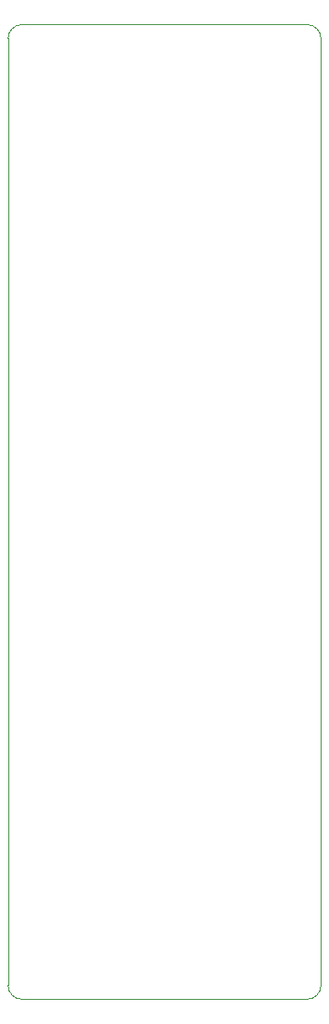
<source format=gbr>
%TF.GenerationSoftware,KiCad,Pcbnew,(5.1.6)-1*%
%TF.CreationDate,2021-03-12T09:15:54-05:00*%
%TF.ProjectId,BallySternArduino,42616c6c-7953-4746-9572-6e4172647569,rev?*%
%TF.SameCoordinates,Original*%
%TF.FileFunction,Profile,NP*%
%FSLAX46Y46*%
G04 Gerber Fmt 4.6, Leading zero omitted, Abs format (unit mm)*
G04 Created by KiCad (PCBNEW (5.1.6)-1) date 2021-03-12 09:15:54*
%MOMM*%
%LPD*%
G01*
G04 APERTURE LIST*
%TA.AperFunction,Profile*%
%ADD10C,0.050000*%
%TD*%
G04 APERTURE END LIST*
D10*
X21590000Y-27305000D02*
G75*
G02*
X22860000Y-26035000I1270000J0D01*
G01*
X50165000Y-113665000D02*
G75*
G02*
X48895000Y-114935000I-1270000J0D01*
G01*
X48895000Y-26035000D02*
G75*
G02*
X50165000Y-27305000I0J-1270000D01*
G01*
X22860000Y-114935000D02*
G75*
G02*
X21590000Y-113665000I0J1270000D01*
G01*
X21590000Y-113665000D02*
X21590000Y-27305000D01*
X48895000Y-114935000D02*
X22860000Y-114935000D01*
X50165000Y-27305000D02*
X50165000Y-113665000D01*
X22860000Y-26035000D02*
X48895000Y-26035000D01*
M02*

</source>
